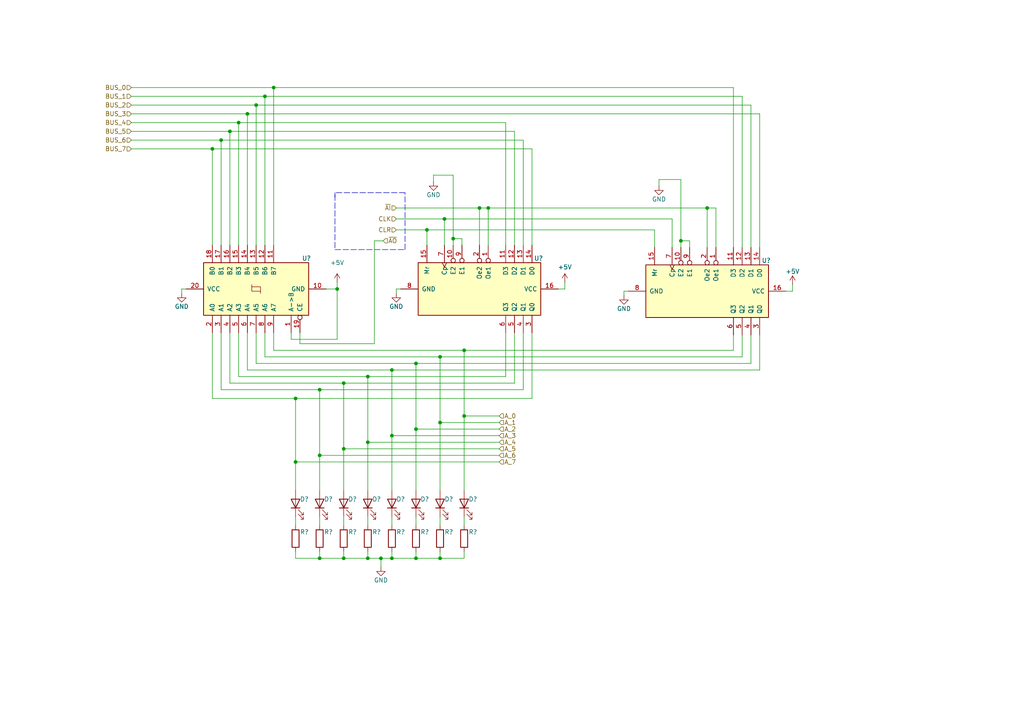
<source format=kicad_sch>
(kicad_sch (version 20211123) (generator eeschema)
  (paper "A4")
  (lib_symbols
    (symbol "74xx:74LS173" (pin_names (offset 1.016))
      (property "Reference" "U" (at -7.62 19.05 0))
      (property "Value" "74LS173" (at -7.62 -19.05 0))
      (symbol "74LS173_1_0"
        (pin input inverted (at -12.7 2.54 0) (length 5.08) (name "Oe1") (number "1"))
        (pin input inverted (at -12.7 -7.62 0) (length 5.08) (name "E2") (number "10"))
        (pin input line (at -12.7 7.62 0) (length 5.08) (name "D3") (number "11"))
        (pin input line (at -12.7 10.16 0) (length 5.08) (name "D2") (number "12"))
        (pin input line (at -12.7 12.7 0) (length 5.08) (name "D1") (number "13"))
        (pin input line (at -12.7 15.24 0) (length 5.08) (name "D0") (number "14"))
        (pin input line (at -12.7 -15.24 0) (length 5.08) (name "Mr") (number "15"))
        (pin power_in line (at 0 22.86 270) (length 5.08) (name "VCC") (number "16"))
        (pin input inverted (at -12.7 0 0) (length 5.08) (name "Oe2") (number "2"))
        (pin tri_state line (at 12.7 15.24 180) (length 5.08) (name "Q0") (number "3"))
        (pin tri_state line (at 12.7 12.7 180) (length 5.08) (name "Q1") (number "4"))
        (pin tri_state line (at 12.7 10.16 180) (length 5.08) (name "Q2") (number "5"))
        (pin tri_state line (at 12.7 7.62 180) (length 5.08) (name "Q3") (number "6"))
        (pin input clock (at -12.7 -10.16 0) (length 5.08) (name "Cp") (number "7"))
        (pin power_in line (at 0 -22.86 90) (length 5.08) (name "GND") (number "8"))
        (pin input inverted (at -12.7 -5.08 0) (length 5.08) (name "E1") (number "9"))
      )
      (symbol "74LS173_1_1"
        (rectangle (start -7.62 17.78) (end 7.62 -17.78) (stroke (width 0.254)) (fill (type background)))
      )
    )
    (symbol "74xx:74LS245" (pin_names (offset 1.016))
      (property "Reference" "U" (at -7.62 16.51 0))
      (property "Value" "74LS245" (at -7.62 -16.51 0))
      (symbol "74LS245_1_0"
        (polyline (pts (xy -0.635 -1.27) (xy -0.635 1.27) (xy 0.635 1.27)))
        (polyline (pts (xy -1.27 -1.27) (xy 0.635 -1.27) (xy 0.635 1.27) (xy 1.27 1.27)))
        (pin input line (at -12.7 -10.16 0) (length 5.08) (name "A->B") (number "1"))
        (pin power_in line (at 0 -20.32 90) (length 5.08) (name "GND") (number "10"))
        (pin tri_state line (at 12.7 -5.08 180) (length 5.08) (name "B7") (number "11"))
        (pin tri_state line (at 12.7 -2.54 180) (length 5.08) (name "B6") (number "12"))
        (pin tri_state line (at 12.7 0 180) (length 5.08) (name "B5") (number "13"))
        (pin tri_state line (at 12.7 2.54 180) (length 5.08) (name "B4") (number "14"))
        (pin tri_state line (at 12.7 5.08 180) (length 5.08) (name "B3") (number "15"))
        (pin tri_state line (at 12.7 7.62 180) (length 5.08) (name "B2") (number "16"))
        (pin tri_state line (at 12.7 10.16 180) (length 5.08) (name "B1") (number "17"))
        (pin tri_state line (at 12.7 12.7 180) (length 5.08) (name "B0") (number "18"))
        (pin input inverted (at -12.7 -12.7 0) (length 5.08) (name "CE") (number "19"))
        (pin tri_state line (at -12.7 12.7 0) (length 5.08) (name "A0") (number "2"))
        (pin power_in line (at 0 20.32 270) (length 5.08) (name "VCC") (number "20"))
        (pin tri_state line (at -12.7 10.16 0) (length 5.08) (name "A1") (number "3"))
        (pin tri_state line (at -12.7 7.62 0) (length 5.08) (name "A2") (number "4"))
        (pin tri_state line (at -12.7 5.08 0) (length 5.08) (name "A3") (number "5"))
        (pin tri_state line (at -12.7 2.54 0) (length 5.08) (name "A4") (number "6"))
        (pin tri_state line (at -12.7 0 0) (length 5.08) (name "A5") (number "7"))
        (pin tri_state line (at -12.7 -2.54 0) (length 5.08) (name "A6") (number "8"))
        (pin tri_state line (at -12.7 -5.08 0) (length 5.08) (name "A7") (number "9"))
      )
      (symbol "74LS245_1_1"
        (rectangle (start -7.62 15.24) (end 7.62 -15.24) (stroke (width 0.254)) (fill (type background)))
      )
    )
    (symbol "Device:LED" (pin_numbers hide) (pin_names (offset 1.016) hide)
      (property "Reference" "D" (at 0 2.54 0))
      (property "Value" "LED" (at 0 -2.54 0))
      (symbol "LED_0_1"
        (polyline (pts (xy -1.27 -1.27) (xy -1.27 1.27)) (stroke (width 0.254)))
        (polyline (pts (xy -1.27 0) (xy 1.27 0)))
        (polyline (pts (xy 1.27 -1.27) (xy 1.27 1.27) (xy -1.27 0) (xy 1.27 -1.27)) (stroke (width 0.254)))
        (polyline (pts (xy -3.048 -0.762) (xy -4.572 -2.286) (xy -3.81 -2.286) (xy -4.572 -2.286) (xy -4.572 -1.524)))
        (polyline (pts (xy -1.778 -0.762) (xy -3.302 -2.286) (xy -2.54 -2.286) (xy -3.302 -2.286) (xy -3.302 -1.524)))
      )
      (symbol "LED_1_1"
        (pin passive line (at -3.81 0 0) (length 2.54) (name "K") (number "1"))
        (pin passive line (at 3.81 0 180) (length 2.54) (name "A") (number "2"))
      )
    )
    (symbol "Device:R" (pin_numbers hide) (pin_names (offset 0))
      (property "Reference" "R" (at 2.032 0 90))
      (property "Value" "R" (at 0 0 90))
      (symbol "R_0_1"
        (rectangle (start -1.016 -2.54) (end 1.016 2.54) (stroke (width 0.254)))
      )
      (symbol "R_1_1"
        (pin passive line (at 0 3.81 270) (length 1.27) (name "~") (number "1"))
        (pin passive line (at 0 -3.81 90) (length 1.27) (name "~") (number "2"))
      )
    )
    (symbol "power:+5V" (power) (pin_names (offset 0))
      (property "Value" "+5V" (at 0 3.556 0))
      (symbol "+5V_0_1"
        (polyline (pts (xy -0.762 1.27) (xy 0 2.54)))
        (polyline (pts (xy 0 0) (xy 0 2.54)))
        (polyline (pts (xy 0 2.54) (xy 0.762 1.27)))
      )
      (symbol "+5V_1_1"
        (pin power_in line (at 0 0 90) (length 0) hide (name "+5V") (number "1"))
      )
    )
    (symbol "power:GND" (power) (pin_names (offset 0))
      (property "Value" "GND" (at 0 -3.81 0))
      (symbol "GND_0_1"
        (polyline (pts (xy 0 0) (xy 0 -1.27) (xy 1.27 -1.27) (xy 0 -2.54) (xy -1.27 -1.27) (xy 0 -1.27)))
      )
      (symbol "GND_1_1"
        (pin power_in line (at 0 0 270) (length 0) hide (name "GND") (number "1"))
      )
    )
  )
  (junction (at 99.695 111.125))
  (junction (at 113.665 107.315))
  (junction (at 120.65 105.41))
  (junction (at 99.695 130.175))
  (junction (at 97.79 83.82))
  (junction (at 127.635 103.505))
  (junction (at 113.665 161.925))
  (junction (at 113.665 126.365))
  (junction (at 106.68 161.925))
  (junction (at 134.62 120.65))
  (junction (at 64.135 40.64))
  (junction (at 85.725 133.985))
  (junction (at 127.635 161.925))
  (junction (at 106.68 109.22))
  (junction (at 76.835 27.94))
  (junction (at 131.445 69.215))
  (junction (at 197.485 69.85))
  (junction (at 99.695 161.925))
  (junction (at 127.635 122.555))
  (junction (at 92.71 161.925))
  (junction (at 69.215 35.56))
  (junction (at 134.62 101.6))
  (junction (at 74.295 30.48))
  (junction (at 106.68 128.27))
  (junction (at 79.375 25.4))
  (junction (at 92.71 113.03))
  (junction (at 123.825 66.675))
  (junction (at 141.605 60.325))
  (junction (at 71.755 33.02))
  (junction (at 61.595 43.18))
  (junction (at 120.65 124.46))
  (junction (at 66.675 38.1))
  (junction (at 110.49 161.925))
  (junction (at 139.065 60.325))
  (junction (at 128.905 63.5))
  (junction (at 85.725 115.57))
  (junction (at 205.105 60.325))
  (junction (at 92.71 132.08))
  (junction (at 120.65 161.925))
  (wire (pts (xy 97.79 83.82) (xy 94.615 83.82)))
  (wire (pts (xy 74.295 96.52) (xy 74.295 105.41)))
  (wire (pts (xy 113.665 149.86) (xy 113.665 152.4)))
  (wire (pts (xy 113.665 126.365) (xy 113.665 142.24)))
  (wire (pts (xy 85.725 133.985) (xy 144.78 133.985)))
  (wire (pts (xy 189.865 71.755) (xy 189.865 66.675)))
  (wire (pts (xy 197.485 71.755) (xy 197.485 69.85)))
  (wire (pts (xy 38.1 30.48) (xy 74.295 30.48)))
  (wire (pts (xy 84.455 98.425) (xy 97.79 98.425)))
  (wire (pts (xy 106.68 128.27) (xy 106.68 142.24)))
  (wire (pts (xy 212.725 101.6) (xy 134.62 101.6)))
  (wire (pts (xy 106.68 109.22) (xy 106.68 128.27)))
  (wire (pts (xy 114.935 85.09) (xy 114.935 83.82)))
  (wire (pts (xy 64.135 113.03) (xy 92.71 113.03)))
  (wire (pts (xy 163.83 81.915) (xy 163.83 83.82)))
  (wire (pts (xy 38.1 25.4) (xy 79.375 25.4)))
  (wire (pts (xy 85.725 115.57) (xy 61.595 115.57)))
  (wire (pts (xy 141.605 60.325) (xy 139.065 60.325)))
  (wire (pts (xy 85.725 149.86) (xy 85.725 152.4)))
  (wire (pts (xy 53.975 83.82) (xy 52.705 83.82)))
  (wire (pts (xy 227.965 84.455) (xy 229.87 84.455)))
  (wire (pts (xy 146.685 96.52) (xy 146.685 109.22)))
  (wire (pts (xy 212.725 25.4) (xy 79.375 25.4)))
  (wire (pts (xy 207.645 71.755) (xy 207.645 60.325)))
  (wire (pts (xy 92.71 132.08) (xy 144.78 132.08)))
  (wire (pts (xy 79.375 25.4) (xy 79.375 71.12)))
  (wire (pts (xy 38.1 33.02) (xy 71.755 33.02)))
  (wire (pts (xy 71.755 96.52) (xy 71.755 107.315)))
  (wire (pts (xy 220.345 71.755) (xy 220.345 33.02)))
  (wire (pts (xy 66.675 111.125) (xy 66.675 96.52)))
  (wire (pts (xy 154.305 115.57) (xy 85.725 115.57)))
  (wire (pts (xy 110.49 161.925) (xy 110.49 164.465)))
  (wire (pts (xy 217.805 71.755) (xy 217.805 30.48)))
  (wire (pts (xy 114.935 63.5) (xy 128.905 63.5)))
  (wire (pts (xy 229.87 82.55) (xy 229.87 84.455)))
  (wire (pts (xy 66.675 38.1) (xy 66.675 71.12)))
  (wire (pts (xy 207.645 60.325) (xy 205.105 60.325)))
  (wire (pts (xy 131.445 71.12) (xy 131.445 69.215)))
  (wire (pts (xy 114.935 60.325) (xy 139.065 60.325)))
  (wire (pts (xy 149.225 96.52) (xy 149.225 111.125)))
  (wire (pts (xy 200.025 69.85) (xy 197.485 69.85)))
  (wire (pts (xy 127.635 122.555) (xy 144.78 122.555)))
  (wire (pts (xy 120.65 149.86) (xy 120.65 152.4)))
  (wire (pts (xy 151.765 71.12) (xy 151.765 40.64)))
  (wire (pts (xy 64.135 96.52) (xy 64.135 113.03)))
  (wire (pts (xy 127.635 103.505) (xy 215.265 103.505)))
  (wire (pts (xy 134.62 120.65) (xy 144.78 120.65)))
  (wire (pts (xy 84.455 96.52) (xy 84.455 98.425)))
  (wire (pts (xy 146.685 71.12) (xy 146.685 35.56)))
  (wire (pts (xy 99.695 111.125) (xy 66.675 111.125)))
  (wire (pts (xy 113.665 107.315) (xy 220.345 107.315)))
  (wire (pts (xy 139.065 60.325) (xy 139.065 71.12)))
  (wire (pts (xy 38.1 43.18) (xy 61.595 43.18)))
  (wire (pts (xy 92.71 161.925) (xy 92.71 160.02)))
  (wire (pts (xy 106.68 161.925) (xy 99.695 161.925)))
  (polyline (pts (xy 97.155 56.515) (xy 97.155 72.39)))
  (wire (pts (xy 52.705 83.82) (xy 52.705 85.09)))
  (wire (pts (xy 123.825 66.675) (xy 123.825 71.12)))
  (wire (pts (xy 120.65 161.925) (xy 113.665 161.925)))
  (wire (pts (xy 106.68 128.27) (xy 144.78 128.27)))
  (wire (pts (xy 110.49 161.925) (xy 106.68 161.925)))
  (wire (pts (xy 79.375 101.6) (xy 79.375 96.52)))
  (wire (pts (xy 92.71 132.08) (xy 92.71 142.24)))
  (wire (pts (xy 194.945 63.5) (xy 128.905 63.5)))
  (wire (pts (xy 200.025 71.755) (xy 200.025 69.85)))
  (wire (pts (xy 120.65 124.46) (xy 120.65 142.24)))
  (wire (pts (xy 217.805 97.155) (xy 217.805 105.41)))
  (wire (pts (xy 108.585 69.85) (xy 111.125 69.85)))
  (wire (pts (xy 149.225 38.1) (xy 66.675 38.1)))
  (wire (pts (xy 212.725 71.755) (xy 212.725 25.4)))
  (polyline (pts (xy 117.475 72.39) (xy 117.475 55.88)))
  (wire (pts (xy 127.635 103.505) (xy 127.635 122.555)))
  (wire (pts (xy 113.665 126.365) (xy 144.78 126.365)))
  (wire (pts (xy 85.725 160.02) (xy 85.725 161.925)))
  (wire (pts (xy 205.105 60.325) (xy 141.605 60.325)))
  (wire (pts (xy 134.62 120.65) (xy 134.62 142.24)))
  (wire (pts (xy 38.1 40.64) (xy 64.135 40.64)))
  (wire (pts (xy 120.65 161.925) (xy 127.635 161.925)))
  (wire (pts (xy 154.305 43.18) (xy 61.595 43.18)))
  (wire (pts (xy 38.1 27.94) (xy 76.835 27.94)))
  (wire (pts (xy 64.135 40.64) (xy 64.135 71.12)))
  (wire (pts (xy 215.265 71.755) (xy 215.265 27.94)))
  (wire (pts (xy 191.135 52.07) (xy 191.135 53.975)))
  (wire (pts (xy 220.345 33.02) (xy 71.755 33.02)))
  (wire (pts (xy 120.65 160.02) (xy 120.65 161.925)))
  (wire (pts (xy 134.62 149.86) (xy 134.62 152.4)))
  (wire (pts (xy 85.725 161.925) (xy 92.71 161.925)))
  (wire (pts (xy 217.805 105.41) (xy 120.65 105.41)))
  (polyline (pts (xy 97.155 72.39) (xy 117.475 72.39)))
  (wire (pts (xy 212.725 97.155) (xy 212.725 101.6)))
  (wire (pts (xy 217.805 30.48) (xy 74.295 30.48)))
  (wire (pts (xy 113.665 107.315) (xy 113.665 126.365)))
  (wire (pts (xy 86.995 96.52) (xy 86.995 99.695)))
  (wire (pts (xy 134.62 101.6) (xy 79.375 101.6)))
  (wire (pts (xy 134.62 101.6) (xy 134.62 120.65)))
  (wire (pts (xy 128.905 63.5) (xy 128.905 71.12)))
  (wire (pts (xy 99.695 111.125) (xy 99.695 130.175)))
  (wire (pts (xy 106.68 160.02) (xy 106.68 161.925)))
  (wire (pts (xy 38.1 35.56) (xy 69.215 35.56)))
  (wire (pts (xy 38.1 38.1) (xy 66.675 38.1)))
  (wire (pts (xy 215.265 27.94) (xy 76.835 27.94)))
  (wire (pts (xy 92.71 113.03) (xy 151.765 113.03)))
  (wire (pts (xy 127.635 149.86) (xy 127.635 152.4)))
  (wire (pts (xy 69.215 96.52) (xy 69.215 109.22)))
  (wire (pts (xy 127.635 160.02) (xy 127.635 161.925)))
  (wire (pts (xy 127.635 122.555) (xy 127.635 142.24)))
  (wire (pts (xy 205.105 71.755) (xy 205.105 60.325)))
  (polyline (pts (xy 97.155 55.88) (xy 97.155 57.15)))
  (wire (pts (xy 86.995 99.695) (xy 108.585 99.695)))
  (wire (pts (xy 120.65 124.46) (xy 144.78 124.46)))
  (wire (pts (xy 99.695 161.925) (xy 92.71 161.925)))
  (wire (pts (xy 197.485 69.85) (xy 197.485 52.07)))
  (wire (pts (xy 134.62 161.925) (xy 127.635 161.925)))
  (wire (pts (xy 120.65 105.41) (xy 74.295 105.41)))
  (wire (pts (xy 108.585 99.695) (xy 108.585 69.85)))
  (wire (pts (xy 154.305 96.52) (xy 154.305 115.57)))
  (wire (pts (xy 161.925 83.82) (xy 163.83 83.82)))
  (wire (pts (xy 114.935 66.675) (xy 123.825 66.675)))
  (wire (pts (xy 146.685 35.56) (xy 69.215 35.56)))
  (wire (pts (xy 92.71 149.86) (xy 92.71 152.4)))
  (wire (pts (xy 97.79 81.915) (xy 97.79 83.82)))
  (wire (pts (xy 197.485 52.07) (xy 191.135 52.07)))
  (wire (pts (xy 99.695 160.02) (xy 99.695 161.925)))
  (wire (pts (xy 120.65 105.41) (xy 120.65 124.46)))
  (wire (pts (xy 194.945 71.755) (xy 194.945 63.5)))
  (wire (pts (xy 113.665 161.925) (xy 110.49 161.925)))
  (wire (pts (xy 125.73 50.8) (xy 125.73 52.705)))
  (wire (pts (xy 133.985 71.12) (xy 133.985 69.215)))
  (wire (pts (xy 99.695 149.86) (xy 99.695 152.4)))
  (wire (pts (xy 71.755 107.315) (xy 113.665 107.315)))
  (wire (pts (xy 189.865 66.675) (xy 123.825 66.675)))
  (wire (pts (xy 151.765 113.03) (xy 151.765 96.52)))
  (wire (pts (xy 97.79 98.425) (xy 97.79 83.82)))
  (wire (pts (xy 69.215 109.22) (xy 106.68 109.22)))
  (wire (pts (xy 141.605 71.12) (xy 141.605 60.325)))
  (wire (pts (xy 149.225 71.12) (xy 149.225 38.1)))
  (wire (pts (xy 61.595 115.57) (xy 61.595 96.52)))
  (wire (pts (xy 220.345 107.315) (xy 220.345 97.155)))
  (wire (pts (xy 85.725 115.57) (xy 85.725 133.985)))
  (wire (pts (xy 76.835 27.94) (xy 76.835 71.12)))
  (wire (pts (xy 113.665 160.02) (xy 113.665 161.925)))
  (wire (pts (xy 149.225 111.125) (xy 99.695 111.125)))
  (wire (pts (xy 76.835 103.505) (xy 127.635 103.505)))
  (wire (pts (xy 114.935 83.82) (xy 116.205 83.82)))
  (wire (pts (xy 106.68 149.86) (xy 106.68 152.4)))
  (wire (pts (xy 131.445 50.8) (xy 125.73 50.8)))
  (wire (pts (xy 134.62 160.02) (xy 134.62 161.925)))
  (wire (pts (xy 99.695 130.175) (xy 144.78 130.175)))
  (wire (pts (xy 69.215 35.56) (xy 69.215 71.12)))
  (wire (pts (xy 154.305 71.12) (xy 154.305 43.18)))
  (wire (pts (xy 71.755 33.02) (xy 71.755 71.12)))
  (wire (pts (xy 74.295 30.48) (xy 74.295 71.12)))
  (wire (pts (xy 92.71 113.03) (xy 92.71 132.08)))
  (wire (pts (xy 215.265 97.155) (xy 215.265 103.505)))
  (wire (pts (xy 131.445 69.215) (xy 131.445 50.8)))
  (wire (pts (xy 180.975 85.725) (xy 180.975 84.455)))
  (wire (pts (xy 76.835 96.52) (xy 76.835 103.505)))
  (wire (pts (xy 85.725 133.985) (xy 85.725 142.24)))
  (wire (pts (xy 106.68 109.22) (xy 146.685 109.22)))
  (wire (pts (xy 180.975 84.455) (xy 182.245 84.455)))
  (wire (pts (xy 99.695 130.175) (xy 99.695 142.24)))
  (wire (pts (xy 133.985 69.215) (xy 131.445 69.215)))
  (polyline (pts (xy 117.475 55.88) (xy 97.155 55.88)))
  (wire (pts (xy 61.595 43.18) (xy 61.595 71.12)))
  (wire (pts (xy 151.765 40.64) (xy 64.135 40.64)))
  (hierarchical_label "~{AO}" (shape input) (at 111.125 69.85 0))
  (hierarchical_label "BUS_2" (shape input) (at 38.1 30.48 180))
  (hierarchical_label "BUS_7" (shape input) (at 38.1 43.18 180))
  (hierarchical_label "BUS_6" (shape input) (at 38.1 40.64 180))
  (hierarchical_label "BUS_3" (shape input) (at 38.1 33.02 180))
  (hierarchical_label "BUS_0" (shape input) (at 38.1 25.4 180))
  (hierarchical_label "A_4" (shape input) (at 144.78 128.27 0))
  (hierarchical_label "BUS_5" (shape input) (at 38.1 38.1 180))
  (hierarchical_label "A_0" (shape input) (at 144.78 120.65 0))
  (hierarchical_label "A_6" (shape input) (at 144.78 132.08 0))
  (hierarchical_label "A_5" (shape input) (at 144.78 130.175 0))
  (hierarchical_label "A_7" (shape input) (at 144.78 133.985 0))
  (hierarchical_label "BUS_1" (shape input) (at 38.1 27.94 180))
  (hierarchical_label "~{AI}" (shape input) (at 114.935 60.325 180))
  (hierarchical_label "BUS_4" (shape input) (at 38.1 35.56 180))
  (hierarchical_label "CLR" (shape input) (at 114.935 66.675 180))
  (hierarchical_label "A_3" (shape input) (at 144.78 126.365 0))
  (hierarchical_label "A_1" (shape input) (at 144.78 122.555 0))
  (hierarchical_label "A_2" (shape input) (at 144.78 124.46 0))
  (hierarchical_label "CLK" (shape input) (at 114.935 63.5 180))
  (symbol (lib_id "Device:R") (at 120.65 156.21 0) (unit 1)
    (property "Reference" "R?" (at 121.92 154.305 0) (effects (justify left)))
  )
  (symbol (lib_id "Device:R") (at 92.71 156.21 0) (unit 1)
    (property "Reference" "R?" (at 93.98 154.305 0) (effects (justify left)))
  )
  (symbol (lib_id "Device:LED") (at 127.635 146.05 90) (unit 1)
    (property "Reference" "D?" (at 128.905 144.78 90) (effects (justify right)))
  )
  (symbol (lib_id "power:+5V") (at 163.83 81.915 0) (unit 1)
    (property "Reference" "#PWR0114" (effects hide))
  )
  (symbol (lib_id "74xx:74LS173") (at 205.105 84.455 270) (unit 1)
    (property "Reference" "U?" (at 222.25 75.565 90))
    (property "Datasheet" "http://www.ti.com/lit/gpn/sn74LS173" (effects hide))
  )
  (symbol (lib_id "power:GND") (at 52.705 85.09 0) (unit 1)
    (property "Reference" "#PWR0115" (effects hide))
  )
  (symbol (lib_id "Device:LED") (at 92.71 146.05 90) (unit 1)
    (property "Reference" "D?" (at 93.98 144.78 90) (effects (justify right)))
  )
  (symbol (lib_id "power:GND") (at 191.135 53.975 0) (unit 1)
    (property "Reference" "#PWR0111" (effects hide))
  )
  (symbol (lib_id "Device:LED") (at 106.68 146.05 90) (unit 1)
    (property "Reference" "D?" (at 107.95 144.78 90) (effects (justify right)))
  )
  (symbol (lib_id "Device:R") (at 113.665 156.21 0) (unit 1)
    (property "Reference" "R?" (at 114.935 154.305 0) (effects (justify left)))
  )
  (symbol (lib_id "Device:R") (at 99.695 156.21 0) (unit 1)
    (property "Reference" "R?" (at 100.965 154.305 0) (effects (justify left)))
  )
  (symbol (lib_id "Device:LED") (at 85.725 146.05 90) (unit 1)
    (property "Reference" "D?" (at 86.995 144.78 90) (effects (justify right)))
  )
  (symbol (lib_id "Device:LED") (at 120.65 146.05 90) (unit 1)
    (property "Reference" "D?" (at 121.92 144.78 90) (effects (justify right)))
  )
  (symbol (lib_id "Device:R") (at 85.725 156.21 0) (unit 1)
    (property "Reference" "R?" (at 86.995 154.305 0) (effects (justify left)))
  )
  (symbol (lib_id "74xx:74LS173") (at 139.065 83.82 270) (unit 1)
    (property "Reference" "U?" (at 156.21 74.93 90))
    (property "Datasheet" "http://www.ti.com/lit/gpn/sn74LS173" (effects hide))
  )
  (symbol (lib_id "Device:R") (at 134.62 156.21 0) (unit 1)
    (property "Reference" "R?" (at 135.89 154.305 0) (effects (justify left)))
  )
  (symbol (lib_id "Device:R") (at 127.635 156.21 0) (unit 1)
    (property "Reference" "R?" (at 128.905 154.305 0) (effects (justify left)))
  )
  (symbol (lib_id "power:GND") (at 125.73 52.705 0) (unit 1)
    (property "Reference" "#PWR0118" (effects hide))
  )
  (symbol (lib_id "Device:LED") (at 113.665 146.05 90) (unit 1)
    (property "Reference" "D?" (at 114.935 144.78 90) (effects (justify right)))
  )
  (symbol (lib_id "power:+5V") (at 97.79 81.915 0) (unit 1)
    (property "Reference" "#PWR0116" (effects hide))
  )
  (symbol (lib_id "power:+5V") (at 229.87 82.55 0) (unit 1)
    (property "Reference" "#PWR0112" (effects hide))
  )
  (symbol (lib_id "Device:LED") (at 99.695 146.05 90) (unit 1)
    (property "Reference" "D?" (at 100.965 144.78 90) (effects (justify right)))
  )
  (symbol (lib_id "74xx:74LS245") (at 74.295 83.82 90) (unit 1)
    (property "Reference" "U?" (at 88.9 74.93 90))
    (property "Datasheet" "http://www.ti.com/lit/gpn/sn74LS245" (effects hide))
  )
  (symbol (lib_id "power:GND") (at 110.49 164.465 0) (unit 1)
    (property "Reference" "#PWR0110" (effects hide))
  )
  (symbol (lib_id "Device:LED") (at 134.62 146.05 90) (unit 1)
    (property "Reference" "D?" (at 135.89 144.78 90) (effects (justify right)))
  )
  (symbol (lib_id "power:GND") (at 180.975 85.725 0) (unit 1)
    (property "Reference" "#PWR0113" (effects hide))
  )
  (symbol (lib_id "Device:R") (at 106.68 156.21 0) (unit 1)
    (property "Reference" "R?" (at 107.95 154.305 0) (effects (justify left)))
  )
  (symbol (lib_id "power:GND") (at 114.935 85.09 0) (unit 1)
    (property "Reference" "#PWR0117" (effects hide))
  )
)
</source>
